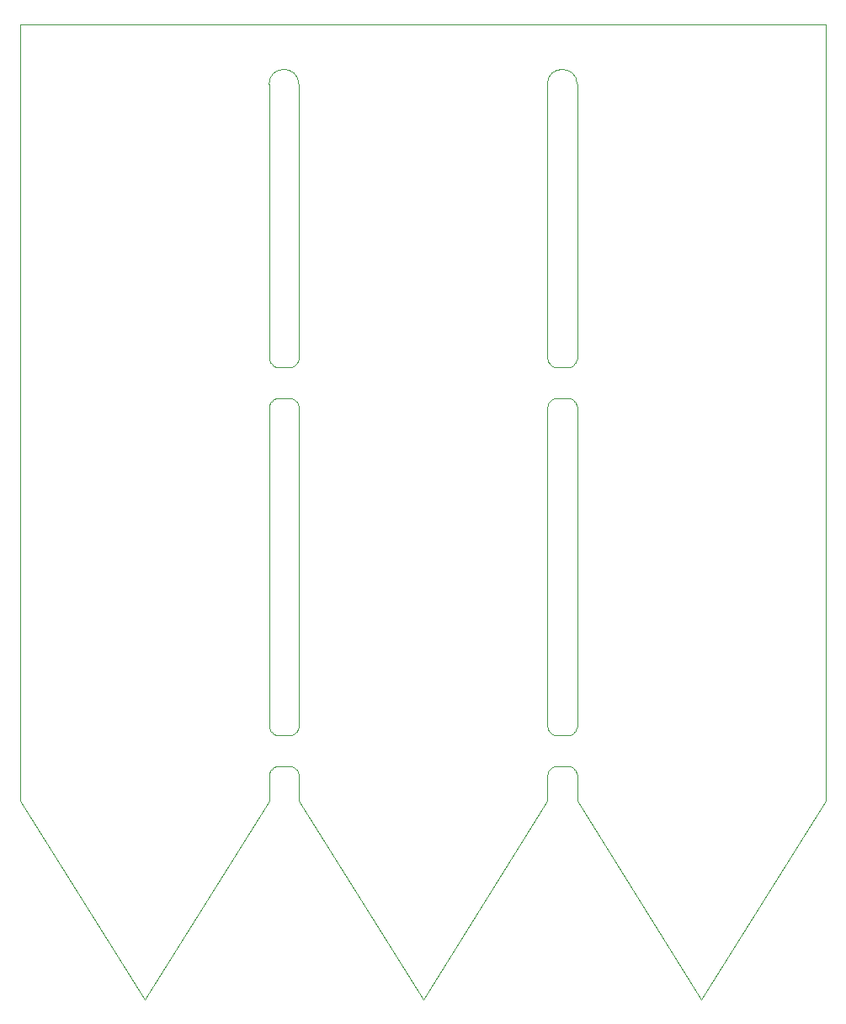
<source format=gbr>
%TF.GenerationSoftware,KiCad,Pcbnew,5.1.6-c6e7f7d~86~ubuntu16.04.1*%
%TF.CreationDate,2020-05-16T14:02:59+09:00*%
%TF.ProjectId,output.soil_monitor,6f757470-7574-42e7-936f-696c5f6d6f6e,rev?*%
%TF.SameCoordinates,Original*%
%TF.FileFunction,Profile,NP*%
%FSLAX46Y46*%
G04 Gerber Fmt 4.6, Leading zero omitted, Abs format (unit mm)*
G04 Created by KiCad (PCBNEW 5.1.6-c6e7f7d~86~ubuntu16.04.1) date 2020-05-16 14:02:59*
%MOMM*%
%LPD*%
G01*
G04 APERTURE LIST*
%TA.AperFunction,Profile*%
%ADD10C,0.050000*%
%TD*%
%TA.AperFunction,Profile*%
%ADD11C,0.100000*%
%TD*%
G04 APERTURE END LIST*
D10*
X153000000Y-28000000D02*
G75*
G02*
X156000000Y-28000000I1500000J0D01*
G01*
X125000000Y-28000000D02*
G75*
G02*
X128000000Y-28000000I1500000J0D01*
G01*
X181000000Y-22000000D02*
X181000000Y-40000000D01*
X100000000Y-22000000D02*
X181000000Y-22000000D01*
X100000000Y-40000000D02*
X100000000Y-22000000D01*
X181000000Y-40000000D02*
X181000000Y-100000000D01*
X168500000Y-120000000D02*
X156000000Y-100000000D01*
X140500000Y-120000000D02*
X128000000Y-100000000D01*
X181000000Y-100000000D02*
X168500000Y-120000000D01*
X153000000Y-100000000D02*
X140500000Y-120000000D01*
X112500000Y-120000000D02*
X100000000Y-100000000D01*
X125000000Y-100000000D02*
X112500000Y-120000000D01*
X100000000Y-100000000D02*
X100000000Y-40000000D01*
D11*
X153000000Y-55500025D02*
X153000000Y-28000000D01*
X156000000Y-55500025D02*
X156000000Y-28000000D01*
X156000000Y-60500050D02*
X155990013Y-60400550D01*
X153000000Y-60500050D02*
X153009987Y-60400550D01*
X155990013Y-60400550D02*
X155970138Y-60302545D01*
X153009987Y-60400550D02*
X153029862Y-60302545D01*
X155970138Y-60302545D02*
X155940574Y-60207015D01*
X153029862Y-60302545D02*
X153059426Y-60207015D01*
X155940574Y-60207015D02*
X155901617Y-60114915D01*
X153059426Y-60207015D02*
X153098383Y-60114915D01*
X155901617Y-60114915D02*
X155853656Y-60027166D01*
X153098383Y-60114915D02*
X153146344Y-60027166D01*
X155853656Y-60027166D02*
X155797171Y-59944646D01*
X153146344Y-60027166D02*
X153202829Y-59944646D01*
X155797171Y-59944646D02*
X155732727Y-59868180D01*
X153202829Y-59944646D02*
X153267273Y-59868180D01*
X155732727Y-59868180D02*
X155660968Y-59798533D01*
X153267273Y-59868180D02*
X153339032Y-59798533D01*
X155660968Y-59798533D02*
X155582612Y-59736401D01*
X153339032Y-59798533D02*
X153417388Y-59736401D01*
X155582612Y-59736401D02*
X155498442Y-59682405D01*
X153417388Y-59736401D02*
X153501558Y-59682405D01*
X155498442Y-59682405D02*
X155409300Y-59637085D01*
X153501558Y-59682405D02*
X153590700Y-59637085D01*
X155409300Y-59637085D02*
X155316077Y-59600895D01*
X153590700Y-59637085D02*
X153683923Y-59600895D01*
X155316077Y-59600895D02*
X155219706Y-59574197D01*
X153683923Y-59600895D02*
X153780294Y-59574197D01*
X155219706Y-59574197D02*
X155121150Y-59557258D01*
X153780294Y-59574197D02*
X153878850Y-59557258D01*
X155121150Y-59557258D02*
X155021395Y-59550247D01*
X153878850Y-59557258D02*
X153978605Y-59550247D01*
X153978605Y-59550247D02*
X155021395Y-59550247D01*
X156000000Y-55500025D02*
X155990013Y-55599525D01*
X153000000Y-55500025D02*
X153009987Y-55599525D01*
X155990013Y-55599525D02*
X155970138Y-55697530D01*
X153009987Y-55599525D02*
X153029862Y-55697530D01*
X155970138Y-55697530D02*
X155940574Y-55793060D01*
X153029862Y-55697530D02*
X153059426Y-55793060D01*
X155940574Y-55793060D02*
X155901617Y-55885160D01*
X153059426Y-55793060D02*
X153098383Y-55885160D01*
X155901617Y-55885160D02*
X155853656Y-55972909D01*
X153098383Y-55885160D02*
X153146344Y-55972909D01*
X155853656Y-55972909D02*
X155797171Y-56055429D01*
X153146344Y-55972909D02*
X153202829Y-56055429D01*
X155797171Y-56055429D02*
X155732727Y-56131895D01*
X153202829Y-56055429D02*
X153267273Y-56131895D01*
X155732727Y-56131895D02*
X155660968Y-56201542D01*
X153267273Y-56131895D02*
X153339032Y-56201542D01*
X155660968Y-56201542D02*
X155582612Y-56263674D01*
X153339032Y-56201542D02*
X153417388Y-56263674D01*
X155582612Y-56263674D02*
X155498442Y-56317670D01*
X153417388Y-56263674D02*
X153501558Y-56317670D01*
X155498442Y-56317670D02*
X155409300Y-56362990D01*
X153501558Y-56317670D02*
X153590700Y-56362990D01*
X155409300Y-56362990D02*
X155316077Y-56399180D01*
X153590700Y-56362990D02*
X153683923Y-56399180D01*
X155316077Y-56399180D02*
X155219706Y-56425878D01*
X153683923Y-56399180D02*
X153780294Y-56425878D01*
X155219706Y-56425878D02*
X155121150Y-56442817D01*
X153780294Y-56425878D02*
X153878850Y-56442817D01*
X155121150Y-56442817D02*
X155021395Y-56449828D01*
X153878850Y-56442817D02*
X153978605Y-56449828D01*
X153978605Y-56449828D02*
X155021395Y-56449828D01*
X125000000Y-55500025D02*
X125000000Y-28000000D01*
X128000000Y-55500025D02*
X128000000Y-28000000D01*
X128000000Y-60500050D02*
X127990013Y-60400550D01*
X125000000Y-60500050D02*
X125009987Y-60400550D01*
X127990013Y-60400550D02*
X127970138Y-60302545D01*
X125009987Y-60400550D02*
X125029862Y-60302545D01*
X127970138Y-60302545D02*
X127940574Y-60207015D01*
X125029862Y-60302545D02*
X125059426Y-60207015D01*
X127940574Y-60207015D02*
X127901617Y-60114915D01*
X125059426Y-60207015D02*
X125098383Y-60114915D01*
X127901617Y-60114915D02*
X127853656Y-60027166D01*
X125098383Y-60114915D02*
X125146344Y-60027166D01*
X127853656Y-60027166D02*
X127797171Y-59944646D01*
X125146344Y-60027166D02*
X125202829Y-59944646D01*
X127797171Y-59944646D02*
X127732727Y-59868180D01*
X125202829Y-59944646D02*
X125267273Y-59868180D01*
X127732727Y-59868180D02*
X127660968Y-59798533D01*
X125267273Y-59868180D02*
X125339032Y-59798533D01*
X127660968Y-59798533D02*
X127582612Y-59736401D01*
X125339032Y-59798533D02*
X125417388Y-59736401D01*
X127582612Y-59736401D02*
X127498442Y-59682405D01*
X125417388Y-59736401D02*
X125501558Y-59682405D01*
X127498442Y-59682405D02*
X127409300Y-59637085D01*
X125501558Y-59682405D02*
X125590700Y-59637085D01*
X127409300Y-59637085D02*
X127316077Y-59600895D01*
X125590700Y-59637085D02*
X125683923Y-59600895D01*
X127316077Y-59600895D02*
X127219706Y-59574197D01*
X125683923Y-59600895D02*
X125780294Y-59574197D01*
X127219706Y-59574197D02*
X127121150Y-59557258D01*
X125780294Y-59574197D02*
X125878850Y-59557258D01*
X127121150Y-59557258D02*
X127021395Y-59550247D01*
X125878850Y-59557258D02*
X125978605Y-59550247D01*
X125978605Y-59550247D02*
X127021395Y-59550247D01*
X128000000Y-55500025D02*
X127990013Y-55599525D01*
X125000000Y-55500025D02*
X125009987Y-55599525D01*
X127990013Y-55599525D02*
X127970138Y-55697530D01*
X125009987Y-55599525D02*
X125029862Y-55697530D01*
X127970138Y-55697530D02*
X127940574Y-55793060D01*
X125029862Y-55697530D02*
X125059426Y-55793060D01*
X127940574Y-55793060D02*
X127901617Y-55885160D01*
X125059426Y-55793060D02*
X125098383Y-55885160D01*
X127901617Y-55885160D02*
X127853656Y-55972909D01*
X125098383Y-55885160D02*
X125146344Y-55972909D01*
X127853656Y-55972909D02*
X127797171Y-56055429D01*
X125146344Y-55972909D02*
X125202829Y-56055429D01*
X127797171Y-56055429D02*
X127732727Y-56131895D01*
X125202829Y-56055429D02*
X125267273Y-56131895D01*
X127732727Y-56131895D02*
X127660968Y-56201542D01*
X125267273Y-56131895D02*
X125339032Y-56201542D01*
X127660968Y-56201542D02*
X127582612Y-56263674D01*
X125339032Y-56201542D02*
X125417388Y-56263674D01*
X127582612Y-56263674D02*
X127498442Y-56317670D01*
X125417388Y-56263674D02*
X125501558Y-56317670D01*
X127498442Y-56317670D02*
X127409300Y-56362990D01*
X125501558Y-56317670D02*
X125590700Y-56362990D01*
X127409300Y-56362990D02*
X127316077Y-56399180D01*
X125590700Y-56362990D02*
X125683923Y-56399180D01*
X127316077Y-56399180D02*
X127219706Y-56425878D01*
X125683923Y-56399180D02*
X125780294Y-56425878D01*
X127219706Y-56425878D02*
X127121150Y-56442817D01*
X125780294Y-56425878D02*
X125878850Y-56442817D01*
X127121150Y-56442817D02*
X127021395Y-56449828D01*
X125878850Y-56442817D02*
X125978605Y-56449828D01*
X125978605Y-56449828D02*
X127021395Y-56449828D01*
X153000000Y-92499960D02*
X153000000Y-60500050D01*
X153000000Y-97500000D02*
X153000000Y-100000000D01*
X156000000Y-92499960D02*
X156000000Y-60500050D01*
X156000000Y-97500000D02*
X156000000Y-100000000D01*
X156000000Y-97500000D02*
X155990013Y-97400500D01*
X153000000Y-97500000D02*
X153009987Y-97400500D01*
X155990013Y-97400500D02*
X155970138Y-97302495D01*
X153009987Y-97400500D02*
X153029862Y-97302495D01*
X155970138Y-97302495D02*
X155940574Y-97206965D01*
X153029862Y-97302495D02*
X153059426Y-97206965D01*
X155940574Y-97206965D02*
X155901617Y-97114865D01*
X153059426Y-97206965D02*
X153098383Y-97114865D01*
X155901617Y-97114865D02*
X155853656Y-97027116D01*
X153098383Y-97114865D02*
X153146344Y-97027116D01*
X155853656Y-97027116D02*
X155797171Y-96944596D01*
X153146344Y-97027116D02*
X153202829Y-96944596D01*
X155797171Y-96944596D02*
X155732727Y-96868130D01*
X153202829Y-96944596D02*
X153267273Y-96868130D01*
X155732727Y-96868130D02*
X155660968Y-96798483D01*
X153267273Y-96868130D02*
X153339032Y-96798483D01*
X155660968Y-96798483D02*
X155582612Y-96736351D01*
X153339032Y-96798483D02*
X153417388Y-96736351D01*
X155582612Y-96736351D02*
X155498442Y-96682355D01*
X153417388Y-96736351D02*
X153501558Y-96682355D01*
X155498442Y-96682355D02*
X155409300Y-96637035D01*
X153501558Y-96682355D02*
X153590700Y-96637035D01*
X155409300Y-96637035D02*
X155316077Y-96600845D01*
X153590700Y-96637035D02*
X153683923Y-96600845D01*
X155316077Y-96600845D02*
X155219706Y-96574147D01*
X153683923Y-96600845D02*
X153780294Y-96574147D01*
X155219706Y-96574147D02*
X155121150Y-96557208D01*
X153780294Y-96574147D02*
X153878850Y-96557208D01*
X155121150Y-96557208D02*
X155021395Y-96550197D01*
X153878850Y-96557208D02*
X153978605Y-96550197D01*
X153978605Y-96550197D02*
X155021395Y-96550197D01*
X156000000Y-92499960D02*
X155990013Y-92599460D01*
X153000000Y-92499960D02*
X153009987Y-92599460D01*
X155990013Y-92599460D02*
X155970138Y-92697465D01*
X153009987Y-92599460D02*
X153029862Y-92697465D01*
X155970138Y-92697465D02*
X155940574Y-92792995D01*
X153029862Y-92697465D02*
X153059426Y-92792995D01*
X155940574Y-92792995D02*
X155901617Y-92885095D01*
X153059426Y-92792995D02*
X153098383Y-92885095D01*
X155901617Y-92885095D02*
X155853656Y-92972844D01*
X153098383Y-92885095D02*
X153146344Y-92972844D01*
X155853656Y-92972844D02*
X155797171Y-93055364D01*
X153146344Y-92972844D02*
X153202829Y-93055364D01*
X155797171Y-93055364D02*
X155732727Y-93131830D01*
X153202829Y-93055364D02*
X153267273Y-93131830D01*
X155732727Y-93131830D02*
X155660968Y-93201477D01*
X153267273Y-93131830D02*
X153339032Y-93201477D01*
X155660968Y-93201477D02*
X155582612Y-93263609D01*
X153339032Y-93201477D02*
X153417388Y-93263609D01*
X155582612Y-93263609D02*
X155498442Y-93317605D01*
X153417388Y-93263609D02*
X153501558Y-93317605D01*
X155498442Y-93317605D02*
X155409300Y-93362925D01*
X153501558Y-93317605D02*
X153590700Y-93362925D01*
X155409300Y-93362925D02*
X155316077Y-93399115D01*
X153590700Y-93362925D02*
X153683923Y-93399115D01*
X155316077Y-93399115D02*
X155219706Y-93425813D01*
X153683923Y-93399115D02*
X153780294Y-93425813D01*
X155219706Y-93425813D02*
X155121150Y-93442752D01*
X153780294Y-93425813D02*
X153878850Y-93442752D01*
X155121150Y-93442752D02*
X155021395Y-93449763D01*
X153878850Y-93442752D02*
X153978605Y-93449763D01*
X153978605Y-93449763D02*
X155021395Y-93449763D01*
X125000000Y-92499960D02*
X125000000Y-60500050D01*
X125000000Y-97500000D02*
X125000000Y-100000000D01*
X128000000Y-92499960D02*
X128000000Y-60500050D01*
X128000000Y-97500000D02*
X128000000Y-100000000D01*
X128000000Y-97500000D02*
X127990013Y-97400500D01*
X125000000Y-97500000D02*
X125009987Y-97400500D01*
X127990013Y-97400500D02*
X127970138Y-97302495D01*
X125009987Y-97400500D02*
X125029862Y-97302495D01*
X127970138Y-97302495D02*
X127940574Y-97206965D01*
X125029862Y-97302495D02*
X125059426Y-97206965D01*
X127940574Y-97206965D02*
X127901617Y-97114865D01*
X125059426Y-97206965D02*
X125098383Y-97114865D01*
X127901617Y-97114865D02*
X127853656Y-97027116D01*
X125098383Y-97114865D02*
X125146344Y-97027116D01*
X127853656Y-97027116D02*
X127797171Y-96944596D01*
X125146344Y-97027116D02*
X125202829Y-96944596D01*
X127797171Y-96944596D02*
X127732727Y-96868130D01*
X125202829Y-96944596D02*
X125267273Y-96868130D01*
X127732727Y-96868130D02*
X127660968Y-96798483D01*
X125267273Y-96868130D02*
X125339032Y-96798483D01*
X127660968Y-96798483D02*
X127582612Y-96736351D01*
X125339032Y-96798483D02*
X125417388Y-96736351D01*
X127582612Y-96736351D02*
X127498442Y-96682355D01*
X125417388Y-96736351D02*
X125501558Y-96682355D01*
X127498442Y-96682355D02*
X127409300Y-96637035D01*
X125501558Y-96682355D02*
X125590700Y-96637035D01*
X127409300Y-96637035D02*
X127316077Y-96600845D01*
X125590700Y-96637035D02*
X125683923Y-96600845D01*
X127316077Y-96600845D02*
X127219706Y-96574147D01*
X125683923Y-96600845D02*
X125780294Y-96574147D01*
X127219706Y-96574147D02*
X127121150Y-96557208D01*
X125780294Y-96574147D02*
X125878850Y-96557208D01*
X127121150Y-96557208D02*
X127021395Y-96550197D01*
X125878850Y-96557208D02*
X125978605Y-96550197D01*
X125978605Y-96550197D02*
X127021395Y-96550197D01*
X128000000Y-92499960D02*
X127990013Y-92599460D01*
X125000000Y-92499960D02*
X125009987Y-92599460D01*
X127990013Y-92599460D02*
X127970138Y-92697465D01*
X125009987Y-92599460D02*
X125029862Y-92697465D01*
X127970138Y-92697465D02*
X127940574Y-92792995D01*
X125029862Y-92697465D02*
X125059426Y-92792995D01*
X127940574Y-92792995D02*
X127901617Y-92885095D01*
X125059426Y-92792995D02*
X125098383Y-92885095D01*
X127901617Y-92885095D02*
X127853656Y-92972844D01*
X125098383Y-92885095D02*
X125146344Y-92972844D01*
X127853656Y-92972844D02*
X127797171Y-93055364D01*
X125146344Y-92972844D02*
X125202829Y-93055364D01*
X127797171Y-93055364D02*
X127732727Y-93131830D01*
X125202829Y-93055364D02*
X125267273Y-93131830D01*
X127732727Y-93131830D02*
X127660968Y-93201477D01*
X125267273Y-93131830D02*
X125339032Y-93201477D01*
X127660968Y-93201477D02*
X127582612Y-93263609D01*
X125339032Y-93201477D02*
X125417388Y-93263609D01*
X127582612Y-93263609D02*
X127498442Y-93317605D01*
X125417388Y-93263609D02*
X125501558Y-93317605D01*
X127498442Y-93317605D02*
X127409300Y-93362925D01*
X125501558Y-93317605D02*
X125590700Y-93362925D01*
X127409300Y-93362925D02*
X127316077Y-93399115D01*
X125590700Y-93362925D02*
X125683923Y-93399115D01*
X127316077Y-93399115D02*
X127219706Y-93425813D01*
X125683923Y-93399115D02*
X125780294Y-93425813D01*
X127219706Y-93425813D02*
X127121150Y-93442752D01*
X125780294Y-93425813D02*
X125878850Y-93442752D01*
X127121150Y-93442752D02*
X127021395Y-93449763D01*
X125878850Y-93442752D02*
X125978605Y-93449763D01*
X125978605Y-93449763D02*
X127021395Y-93449763D01*
M02*

</source>
